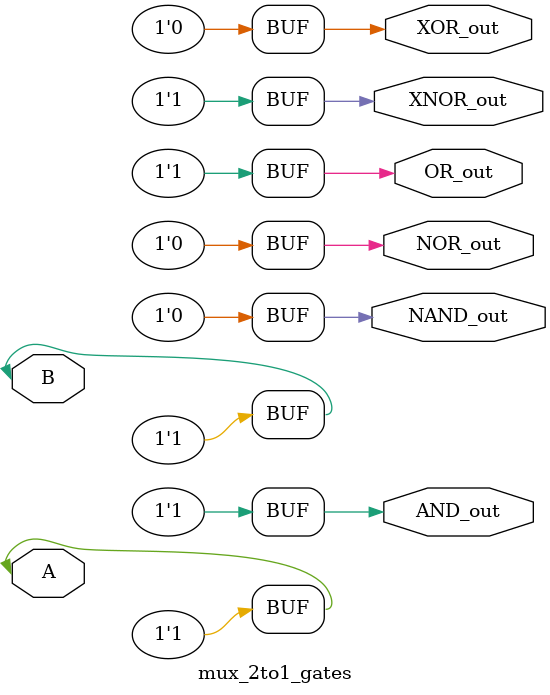
<source format=v>
`timescale 1ns / 1ps


module mux_2to1_gates(
    input  wire A,
    input  wire B,
    output wire AND_out,
    output wire OR_out,
    output wire NAND_out,
    output wire NOR_out,
    output wire XOR_out,
    output wire XNOR_out
);

 assign A=1,B=1;   
assign AND_out = (A) ? B : 1'b0;   
assign OR_out = (A) ? 1'b1 : B;  
assign NAND_out = (A) ? ~B : 1'b1;   
assign NOR_out = (A) ? 1'b0 : ~B;   
assign XOR_out = (A) ? ~B : B;    
assign XNOR_out = (A) ? B : ~B;   
endmodule

</source>
